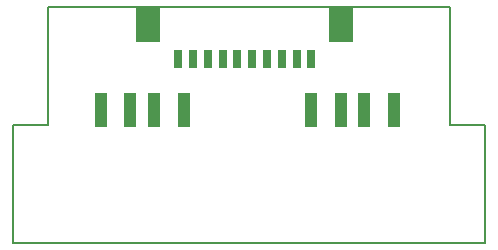
<source format=gtp>
G75*
%MOIN*%
%OFA0B0*%
%FSLAX25Y25*%
%IPPOS*%
%LPD*%
%AMOC8*
5,1,8,0,0,1.08239X$1,22.5*
%
%ADD10C,0.00600*%
%ADD11R,0.04409X0.11339*%
%ADD12R,0.03150X0.06299*%
%ADD13R,0.08268X0.11811*%
D10*
X0001300Y0012452D02*
X0158780Y0012452D01*
X0158780Y0051764D01*
X0146969Y0051764D01*
X0146969Y0091192D01*
X0013111Y0091192D01*
X0013111Y0051764D01*
X0001300Y0051764D01*
X0001300Y0012452D01*
D11*
X0030684Y0056709D03*
X0040527Y0056709D03*
X0048401Y0056709D03*
X0058243Y0056709D03*
X0100802Y0056709D03*
X0110645Y0056709D03*
X0118519Y0056709D03*
X0128361Y0056709D03*
D12*
X0100801Y0073723D03*
X0095879Y0073723D03*
X0090958Y0073723D03*
X0086037Y0073723D03*
X0081115Y0073723D03*
X0076194Y0073723D03*
X0071273Y0073723D03*
X0066352Y0073723D03*
X0061430Y0073723D03*
X0056509Y0073723D03*
D13*
X0046472Y0085180D03*
X0110835Y0085175D03*
M02*

</source>
